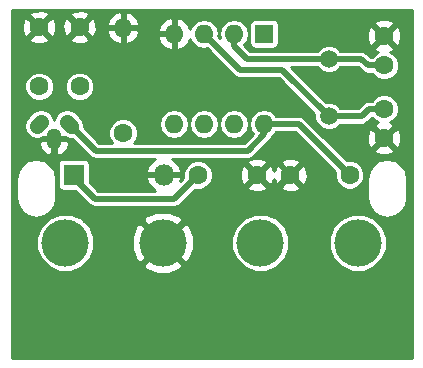
<source format=gbr>
G04 #@! TF.FileFunction,Copper,L2,Bot,Signal*
%FSLAX46Y46*%
G04 Gerber Fmt 4.6, Leading zero omitted, Abs format (unit mm)*
G04 Created by KiCad (PCBNEW 4.0.7) date 04/04/19 07:33:12*
%MOMM*%
%LPD*%
G01*
G04 APERTURE LIST*
%ADD10C,0.100000*%
%ADD11C,1.600000*%
%ADD12O,1.600000X1.600000*%
%ADD13R,1.800000X1.800000*%
%ADD14O,1.800000X1.800000*%
%ADD15C,4.000000*%
%ADD16R,1.600000X1.600000*%
%ADD17C,1.500000*%
%ADD18O,1.300000X1.800000*%
%ADD19C,1.300000*%
%ADD20C,0.500000*%
%ADD21C,0.254000*%
G04 APERTURE END LIST*
D10*
D11*
X73787000Y-90932000D03*
D12*
X73787000Y-82042000D03*
D11*
X70104000Y-86995000D03*
X70104000Y-81995000D03*
X66675000Y-86995000D03*
X66675000Y-81995000D03*
X92964000Y-94488000D03*
X87964000Y-94488000D03*
X95885000Y-88900000D03*
X95885000Y-91400000D03*
X95885000Y-85217000D03*
X95885000Y-82717000D03*
X80137000Y-94488000D03*
X85137000Y-94488000D03*
D13*
X69596000Y-94488000D03*
D14*
X77216000Y-94488000D03*
D15*
X68890000Y-100240000D03*
X77150000Y-100240000D03*
X85410000Y-100240000D03*
X93670000Y-100240000D03*
D16*
X85725000Y-82550000D03*
D12*
X78105000Y-90170000D03*
X83185000Y-82550000D03*
X80645000Y-90170000D03*
X80645000Y-82550000D03*
X83185000Y-90170000D03*
X78105000Y-82550000D03*
X85725000Y-90170000D03*
D17*
X91186000Y-89535000D03*
X91186000Y-84655000D03*
D18*
X67945000Y-91440000D03*
D19*
X69391777Y-90346777D02*
X69038223Y-89993223D01*
X66851777Y-89993223D02*
X66498223Y-90346777D01*
D20*
X85725000Y-90170000D02*
X88646000Y-90170000D01*
X88646000Y-90170000D02*
X92964000Y-94488000D01*
X85725000Y-90170000D02*
X85725000Y-91059000D01*
X71501000Y-92456000D02*
X69215000Y-90170000D01*
X84328000Y-92456000D02*
X71501000Y-92456000D01*
X85725000Y-91059000D02*
X84328000Y-92456000D01*
X66675000Y-81995000D02*
X64770000Y-83900000D01*
X64770000Y-88900000D02*
X64770000Y-88820000D01*
X64770000Y-88900000D02*
X64770000Y-91186000D01*
X66421000Y-92837000D02*
X66548000Y-92964000D01*
X66548000Y-92964000D02*
X67691000Y-92964000D01*
X64770000Y-91186000D02*
X65913000Y-92329000D01*
X66421000Y-92837000D02*
X65913000Y-92329000D01*
X64770000Y-83900000D02*
X64770000Y-88820000D01*
X70104000Y-81995000D02*
X68660000Y-83439000D01*
X68119000Y-83439000D02*
X66675000Y-81995000D01*
X68660000Y-83439000D02*
X68119000Y-83439000D01*
X67691000Y-92964000D02*
X70739000Y-92964000D01*
X72263000Y-94488000D02*
X77216000Y-94488000D01*
X70739000Y-92964000D02*
X72263000Y-94488000D01*
X67945000Y-91440000D02*
X67945000Y-92710000D01*
X67945000Y-92710000D02*
X67691000Y-92964000D01*
X85137000Y-94488000D02*
X86280000Y-95631000D01*
X86280000Y-95631000D02*
X86280000Y-95885000D01*
X87964000Y-94488000D02*
X86567000Y-95885000D01*
X86280000Y-96473000D02*
X86280000Y-95885000D01*
X85598000Y-97155000D02*
X86280000Y-96473000D01*
X80235000Y-97155000D02*
X85598000Y-97155000D01*
X80235000Y-97155000D02*
X77150000Y-100240000D01*
X86567000Y-95885000D02*
X86280000Y-95885000D01*
X80137000Y-94488000D02*
X78105000Y-96520000D01*
X71374000Y-96520000D02*
X69596000Y-94742000D01*
X78105000Y-96520000D02*
X71374000Y-96520000D01*
X95885000Y-85217000D02*
X94488000Y-85217000D01*
X93926000Y-84655000D02*
X91186000Y-84655000D01*
X94488000Y-85217000D02*
X93926000Y-84655000D01*
X91186000Y-84655000D02*
X84274000Y-84655000D01*
X84274000Y-84655000D02*
X83185000Y-83566000D01*
X83185000Y-83566000D02*
X83185000Y-82550000D01*
X95885000Y-88900000D02*
X94615000Y-88900000D01*
X93980000Y-89535000D02*
X91186000Y-89535000D01*
X94615000Y-88900000D02*
X93980000Y-89535000D01*
X80645000Y-82550000D02*
X83693000Y-85598000D01*
X87249000Y-85598000D02*
X91186000Y-89535000D01*
X83693000Y-85598000D02*
X87249000Y-85598000D01*
D21*
G36*
X98210500Y-109970500D02*
X64349500Y-109970500D01*
X64349500Y-100724108D01*
X66445076Y-100724108D01*
X66816445Y-101622889D01*
X67503494Y-102311138D01*
X68401626Y-102684075D01*
X69374108Y-102684924D01*
X70272889Y-102313555D01*
X70471768Y-102115022D01*
X75454584Y-102115022D01*
X75675353Y-102485743D01*
X76647012Y-102879119D01*
X77695247Y-102870713D01*
X78624647Y-102485743D01*
X78845416Y-102115022D01*
X77150000Y-100419605D01*
X75454584Y-102115022D01*
X70471768Y-102115022D01*
X70961138Y-101626506D01*
X71334075Y-100728374D01*
X71334924Y-99755892D01*
X71327123Y-99737012D01*
X74510881Y-99737012D01*
X74519287Y-100785247D01*
X74904257Y-101714647D01*
X75274978Y-101935416D01*
X76970395Y-100240000D01*
X77329605Y-100240000D01*
X79025022Y-101935416D01*
X79395743Y-101714647D01*
X79789119Y-100742988D01*
X79788968Y-100724108D01*
X82965076Y-100724108D01*
X83336445Y-101622889D01*
X84023494Y-102311138D01*
X84921626Y-102684075D01*
X85894108Y-102684924D01*
X86792889Y-102313555D01*
X87481138Y-101626506D01*
X87854075Y-100728374D01*
X87854078Y-100724108D01*
X91225076Y-100724108D01*
X91596445Y-101622889D01*
X92283494Y-102311138D01*
X93181626Y-102684075D01*
X94154108Y-102684924D01*
X95052889Y-102313555D01*
X95741138Y-101626506D01*
X96114075Y-100728374D01*
X96114924Y-99755892D01*
X95743555Y-98857111D01*
X95056506Y-98168862D01*
X94158374Y-97795925D01*
X93185892Y-97795076D01*
X92287111Y-98166445D01*
X91598862Y-98853494D01*
X91225925Y-99751626D01*
X91225076Y-100724108D01*
X87854078Y-100724108D01*
X87854924Y-99755892D01*
X87483555Y-98857111D01*
X86796506Y-98168862D01*
X85898374Y-97795925D01*
X84925892Y-97795076D01*
X84027111Y-98166445D01*
X83338862Y-98853494D01*
X82965925Y-99751626D01*
X82965076Y-100724108D01*
X79788968Y-100724108D01*
X79780713Y-99694753D01*
X79395743Y-98765353D01*
X79025022Y-98544584D01*
X77329605Y-100240000D01*
X76970395Y-100240000D01*
X75274978Y-98544584D01*
X74904257Y-98765353D01*
X74510881Y-99737012D01*
X71327123Y-99737012D01*
X70963555Y-98857111D01*
X70472281Y-98364978D01*
X75454584Y-98364978D01*
X77150000Y-100060395D01*
X78845416Y-98364978D01*
X78624647Y-97994257D01*
X77652988Y-97600881D01*
X76604753Y-97609287D01*
X75675353Y-97994257D01*
X75454584Y-98364978D01*
X70472281Y-98364978D01*
X70276506Y-98168862D01*
X69378374Y-97795925D01*
X68405892Y-97795076D01*
X67507111Y-98166445D01*
X66818862Y-98853494D01*
X66445925Y-99751626D01*
X66445076Y-100724108D01*
X64349500Y-100724108D01*
X64349500Y-94833109D01*
X64726500Y-94833109D01*
X64726500Y-96428891D01*
X64855486Y-97077348D01*
X65222808Y-97627083D01*
X65772543Y-97994405D01*
X66421000Y-98123391D01*
X67069457Y-97994405D01*
X67619192Y-97627083D01*
X67986514Y-97077348D01*
X68115500Y-96428891D01*
X68115500Y-94833109D01*
X67986514Y-94184652D01*
X67619192Y-93634917D01*
X67548976Y-93588000D01*
X68242792Y-93588000D01*
X68242792Y-95388000D01*
X68273787Y-95552722D01*
X68371137Y-95704009D01*
X68519677Y-95805502D01*
X68696000Y-95841208D01*
X69713036Y-95841208D01*
X70882912Y-97011083D01*
X70882914Y-97011086D01*
X70982083Y-97077348D01*
X71108227Y-97161635D01*
X71374000Y-97214501D01*
X71374005Y-97214500D01*
X78105000Y-97214500D01*
X78370774Y-97161634D01*
X78596086Y-97011086D01*
X79878844Y-95728328D01*
X79888368Y-95732283D01*
X80383460Y-95732715D01*
X80841032Y-95543651D01*
X80889021Y-95495745D01*
X84308861Y-95495745D01*
X84382995Y-95741864D01*
X84920223Y-95934965D01*
X85490454Y-95907778D01*
X85891005Y-95741864D01*
X85965139Y-95495745D01*
X87135861Y-95495745D01*
X87209995Y-95741864D01*
X87747223Y-95934965D01*
X88317454Y-95907778D01*
X88718005Y-95741864D01*
X88792139Y-95495745D01*
X87964000Y-94667605D01*
X87135861Y-95495745D01*
X85965139Y-95495745D01*
X85137000Y-94667605D01*
X84308861Y-95495745D01*
X80889021Y-95495745D01*
X81191420Y-95193873D01*
X81381283Y-94736632D01*
X81381689Y-94271223D01*
X83690035Y-94271223D01*
X83717222Y-94841454D01*
X83883136Y-95242005D01*
X84129255Y-95316139D01*
X84957395Y-94488000D01*
X85316605Y-94488000D01*
X86144745Y-95316139D01*
X86390864Y-95242005D01*
X86543123Y-94818404D01*
X86544222Y-94841454D01*
X86710136Y-95242005D01*
X86956255Y-95316139D01*
X87784395Y-94488000D01*
X88143605Y-94488000D01*
X88971745Y-95316139D01*
X89217864Y-95242005D01*
X89410965Y-94704777D01*
X89383778Y-94134546D01*
X89217864Y-93733995D01*
X88971745Y-93659861D01*
X88143605Y-94488000D01*
X87784395Y-94488000D01*
X86956255Y-93659861D01*
X86710136Y-93733995D01*
X86557877Y-94157596D01*
X86556778Y-94134546D01*
X86390864Y-93733995D01*
X86144745Y-93659861D01*
X85316605Y-94488000D01*
X84957395Y-94488000D01*
X84129255Y-93659861D01*
X83883136Y-93733995D01*
X83690035Y-94271223D01*
X81381689Y-94271223D01*
X81381715Y-94241540D01*
X81192651Y-93783968D01*
X80889467Y-93480255D01*
X84308861Y-93480255D01*
X85137000Y-94308395D01*
X85965139Y-93480255D01*
X87135861Y-93480255D01*
X87964000Y-94308395D01*
X88792139Y-93480255D01*
X88718005Y-93234136D01*
X88180777Y-93041035D01*
X87610546Y-93068222D01*
X87209995Y-93234136D01*
X87135861Y-93480255D01*
X85965139Y-93480255D01*
X85891005Y-93234136D01*
X85353777Y-93041035D01*
X84783546Y-93068222D01*
X84382995Y-93234136D01*
X84308861Y-93480255D01*
X80889467Y-93480255D01*
X80842873Y-93433580D01*
X80385632Y-93243717D01*
X79890540Y-93243285D01*
X79432968Y-93432349D01*
X79082580Y-93782127D01*
X78892717Y-94239368D01*
X78892285Y-94734460D01*
X78896987Y-94745841D01*
X78648315Y-94994513D01*
X78707036Y-94852740D01*
X78586378Y-94615000D01*
X77343000Y-94615000D01*
X77343000Y-94635000D01*
X77089000Y-94635000D01*
X77089000Y-94615000D01*
X75845622Y-94615000D01*
X75724964Y-94852740D01*
X75903760Y-95284417D01*
X76308424Y-95725966D01*
X76521916Y-95825500D01*
X71661671Y-95825500D01*
X70949208Y-95113036D01*
X70949208Y-93588000D01*
X70918213Y-93423278D01*
X70820863Y-93271991D01*
X70672323Y-93170498D01*
X70496000Y-93134792D01*
X68696000Y-93134792D01*
X68531278Y-93165787D01*
X68379991Y-93263137D01*
X68278498Y-93411677D01*
X68242792Y-93588000D01*
X67548976Y-93588000D01*
X67069457Y-93267595D01*
X66421000Y-93138609D01*
X65772543Y-93267595D01*
X65222808Y-93634917D01*
X64855486Y-94184652D01*
X64726500Y-94833109D01*
X64349500Y-94833109D01*
X64349500Y-91770480D01*
X66650601Y-91770480D01*
X66779930Y-92259699D01*
X67086630Y-92662186D01*
X67524009Y-92916667D01*
X67619529Y-92933099D01*
X67818000Y-92809067D01*
X67818000Y-91567000D01*
X68072000Y-91567000D01*
X68072000Y-92809067D01*
X68270471Y-92933099D01*
X68365991Y-92916667D01*
X68803370Y-92662186D01*
X69110070Y-92259699D01*
X69239399Y-91770480D01*
X69077303Y-91567000D01*
X68072000Y-91567000D01*
X67818000Y-91567000D01*
X66812697Y-91567000D01*
X66650601Y-91770480D01*
X64349500Y-91770480D01*
X64349500Y-90365402D01*
X65385099Y-90365402D01*
X65468412Y-90784249D01*
X65705670Y-91139330D01*
X66060751Y-91376588D01*
X66479598Y-91459901D01*
X66898445Y-91376588D01*
X66993611Y-91313000D01*
X67818000Y-91313000D01*
X67818000Y-91293000D01*
X68072000Y-91293000D01*
X68072000Y-91313000D01*
X68896389Y-91313000D01*
X68991555Y-91376588D01*
X69410402Y-91459901D01*
X69504093Y-91441265D01*
X71009914Y-92947086D01*
X71235226Y-93097634D01*
X71501000Y-93150500D01*
X76521916Y-93150500D01*
X76308424Y-93250034D01*
X75903760Y-93691583D01*
X75724964Y-94123260D01*
X75845622Y-94361000D01*
X77089000Y-94361000D01*
X77089000Y-94341000D01*
X77343000Y-94341000D01*
X77343000Y-94361000D01*
X78586378Y-94361000D01*
X78707036Y-94123260D01*
X78528240Y-93691583D01*
X78123576Y-93250034D01*
X77910084Y-93150500D01*
X84328000Y-93150500D01*
X84593774Y-93097634D01*
X84819086Y-92947086D01*
X86216083Y-91550088D01*
X86216086Y-91550086D01*
X86366634Y-91324774D01*
X86387540Y-91219674D01*
X86604994Y-91074375D01*
X86745228Y-90864500D01*
X88358328Y-90864500D01*
X91723672Y-94229844D01*
X91719717Y-94239368D01*
X91719285Y-94734460D01*
X91908349Y-95192032D01*
X92258127Y-95542420D01*
X92715368Y-95732283D01*
X93210460Y-95732715D01*
X93668032Y-95543651D01*
X94018420Y-95193873D01*
X94168222Y-94833109D01*
X94444500Y-94833109D01*
X94444500Y-96428891D01*
X94573486Y-97077348D01*
X94940808Y-97627083D01*
X95490543Y-97994405D01*
X96139000Y-98123391D01*
X96787457Y-97994405D01*
X97337192Y-97627083D01*
X97704514Y-97077348D01*
X97833500Y-96428891D01*
X97833500Y-94833109D01*
X97704514Y-94184652D01*
X97337192Y-93634917D01*
X96787457Y-93267595D01*
X96139000Y-93138609D01*
X95490543Y-93267595D01*
X94940808Y-93634917D01*
X94573486Y-94184652D01*
X94444500Y-94833109D01*
X94168222Y-94833109D01*
X94208283Y-94736632D01*
X94208715Y-94241540D01*
X94019651Y-93783968D01*
X93669873Y-93433580D01*
X93212632Y-93243717D01*
X92717540Y-93243285D01*
X92706159Y-93247987D01*
X91865917Y-92407745D01*
X95056861Y-92407745D01*
X95130995Y-92653864D01*
X95668223Y-92846965D01*
X96238454Y-92819778D01*
X96639005Y-92653864D01*
X96713139Y-92407745D01*
X95885000Y-91579605D01*
X95056861Y-92407745D01*
X91865917Y-92407745D01*
X90641395Y-91183223D01*
X94438035Y-91183223D01*
X94465222Y-91753454D01*
X94631136Y-92154005D01*
X94877255Y-92228139D01*
X95705395Y-91400000D01*
X96064605Y-91400000D01*
X96892745Y-92228139D01*
X97138864Y-92154005D01*
X97331965Y-91616777D01*
X97304778Y-91046546D01*
X97138864Y-90645995D01*
X96892745Y-90571861D01*
X96064605Y-91400000D01*
X95705395Y-91400000D01*
X94877255Y-90571861D01*
X94631136Y-90645995D01*
X94438035Y-91183223D01*
X90641395Y-91183223D01*
X89137086Y-89678914D01*
X89122801Y-89669369D01*
X88911774Y-89528366D01*
X88646000Y-89475500D01*
X86745228Y-89475500D01*
X86604994Y-89265625D01*
X86201250Y-88995851D01*
X85725000Y-88901119D01*
X85248750Y-88995851D01*
X84845006Y-89265625D01*
X84575232Y-89669369D01*
X84480500Y-90145619D01*
X84480500Y-90194381D01*
X84575232Y-90670631D01*
X84797921Y-91003908D01*
X84040328Y-91761500D01*
X74717577Y-91761500D01*
X74841420Y-91637873D01*
X75031283Y-91180632D01*
X75031715Y-90685540D01*
X74842651Y-90227968D01*
X74760446Y-90145619D01*
X76860500Y-90145619D01*
X76860500Y-90194381D01*
X76955232Y-90670631D01*
X77225006Y-91074375D01*
X77628750Y-91344149D01*
X78105000Y-91438881D01*
X78581250Y-91344149D01*
X78984994Y-91074375D01*
X79254768Y-90670631D01*
X79349500Y-90194381D01*
X79349500Y-90145619D01*
X79400500Y-90145619D01*
X79400500Y-90194381D01*
X79495232Y-90670631D01*
X79765006Y-91074375D01*
X80168750Y-91344149D01*
X80645000Y-91438881D01*
X81121250Y-91344149D01*
X81524994Y-91074375D01*
X81794768Y-90670631D01*
X81889500Y-90194381D01*
X81889500Y-90145619D01*
X81940500Y-90145619D01*
X81940500Y-90194381D01*
X82035232Y-90670631D01*
X82305006Y-91074375D01*
X82708750Y-91344149D01*
X83185000Y-91438881D01*
X83661250Y-91344149D01*
X84064994Y-91074375D01*
X84334768Y-90670631D01*
X84429500Y-90194381D01*
X84429500Y-90145619D01*
X84334768Y-89669369D01*
X84064994Y-89265625D01*
X83661250Y-88995851D01*
X83185000Y-88901119D01*
X82708750Y-88995851D01*
X82305006Y-89265625D01*
X82035232Y-89669369D01*
X81940500Y-90145619D01*
X81889500Y-90145619D01*
X81794768Y-89669369D01*
X81524994Y-89265625D01*
X81121250Y-88995851D01*
X80645000Y-88901119D01*
X80168750Y-88995851D01*
X79765006Y-89265625D01*
X79495232Y-89669369D01*
X79400500Y-90145619D01*
X79349500Y-90145619D01*
X79254768Y-89669369D01*
X78984994Y-89265625D01*
X78581250Y-88995851D01*
X78105000Y-88901119D01*
X77628750Y-88995851D01*
X77225006Y-89265625D01*
X76955232Y-89669369D01*
X76860500Y-90145619D01*
X74760446Y-90145619D01*
X74492873Y-89877580D01*
X74035632Y-89687717D01*
X73540540Y-89687285D01*
X73082968Y-89876349D01*
X72732580Y-90226127D01*
X72542717Y-90683368D01*
X72542285Y-91178460D01*
X72731349Y-91636032D01*
X72856599Y-91761500D01*
X71788672Y-91761500D01*
X70486265Y-90459093D01*
X70504901Y-90365402D01*
X70421588Y-89946555D01*
X70184330Y-89591473D01*
X69793526Y-89200670D01*
X69438445Y-88963412D01*
X69019598Y-88880099D01*
X68600751Y-88963412D01*
X68245670Y-89200670D01*
X68008412Y-89555751D01*
X67945000Y-89874548D01*
X67881588Y-89555751D01*
X67644330Y-89200670D01*
X67289249Y-88963412D01*
X66870402Y-88880099D01*
X66451555Y-88963412D01*
X66096473Y-89200670D01*
X65705670Y-89591474D01*
X65468412Y-89946555D01*
X65385099Y-90365402D01*
X64349500Y-90365402D01*
X64349500Y-87241460D01*
X65430285Y-87241460D01*
X65619349Y-87699032D01*
X65969127Y-88049420D01*
X66426368Y-88239283D01*
X66921460Y-88239715D01*
X67379032Y-88050651D01*
X67729420Y-87700873D01*
X67919283Y-87243632D01*
X67919284Y-87241460D01*
X68859285Y-87241460D01*
X69048349Y-87699032D01*
X69398127Y-88049420D01*
X69855368Y-88239283D01*
X70350460Y-88239715D01*
X70808032Y-88050651D01*
X71158420Y-87700873D01*
X71348283Y-87243632D01*
X71348715Y-86748540D01*
X71159651Y-86290968D01*
X70809873Y-85940580D01*
X70352632Y-85750717D01*
X69857540Y-85750285D01*
X69399968Y-85939349D01*
X69049580Y-86289127D01*
X68859717Y-86746368D01*
X68859285Y-87241460D01*
X67919284Y-87241460D01*
X67919715Y-86748540D01*
X67730651Y-86290968D01*
X67380873Y-85940580D01*
X66923632Y-85750717D01*
X66428540Y-85750285D01*
X65970968Y-85939349D01*
X65620580Y-86289127D01*
X65430717Y-86746368D01*
X65430285Y-87241460D01*
X64349500Y-87241460D01*
X64349500Y-83002745D01*
X65846861Y-83002745D01*
X65920995Y-83248864D01*
X66458223Y-83441965D01*
X67028454Y-83414778D01*
X67429005Y-83248864D01*
X67503139Y-83002745D01*
X69275861Y-83002745D01*
X69349995Y-83248864D01*
X69887223Y-83441965D01*
X70457454Y-83414778D01*
X70858005Y-83248864D01*
X70932139Y-83002745D01*
X70104000Y-82174605D01*
X69275861Y-83002745D01*
X67503139Y-83002745D01*
X66675000Y-82174605D01*
X65846861Y-83002745D01*
X64349500Y-83002745D01*
X64349500Y-81778223D01*
X65228035Y-81778223D01*
X65255222Y-82348454D01*
X65421136Y-82749005D01*
X65667255Y-82823139D01*
X66495395Y-81995000D01*
X66854605Y-81995000D01*
X67682745Y-82823139D01*
X67928864Y-82749005D01*
X68121965Y-82211777D01*
X68101295Y-81778223D01*
X68657035Y-81778223D01*
X68684222Y-82348454D01*
X68850136Y-82749005D01*
X69096255Y-82823139D01*
X69924395Y-81995000D01*
X70283605Y-81995000D01*
X71111745Y-82823139D01*
X71357864Y-82749005D01*
X71486530Y-82391041D01*
X72395086Y-82391041D01*
X72634611Y-82897134D01*
X73049577Y-83273041D01*
X73437961Y-83433904D01*
X73660000Y-83311915D01*
X73660000Y-82169000D01*
X73914000Y-82169000D01*
X73914000Y-83311915D01*
X74136039Y-83433904D01*
X74524423Y-83273041D01*
X74937283Y-82899041D01*
X76713086Y-82899041D01*
X76952611Y-83405134D01*
X77367577Y-83781041D01*
X77755961Y-83941904D01*
X77978000Y-83819915D01*
X77978000Y-82677000D01*
X76834371Y-82677000D01*
X76713086Y-82899041D01*
X74937283Y-82899041D01*
X74939389Y-82897134D01*
X75178914Y-82391041D01*
X75075086Y-82200959D01*
X76713086Y-82200959D01*
X76834371Y-82423000D01*
X77978000Y-82423000D01*
X77978000Y-81280085D01*
X78232000Y-81280085D01*
X78232000Y-82423000D01*
X78252000Y-82423000D01*
X78252000Y-82677000D01*
X78232000Y-82677000D01*
X78232000Y-83819915D01*
X78454039Y-83941904D01*
X78842423Y-83781041D01*
X79257389Y-83405134D01*
X79474499Y-82946401D01*
X79495232Y-83050631D01*
X79765006Y-83454375D01*
X80168750Y-83724149D01*
X80645000Y-83818881D01*
X80884141Y-83771313D01*
X83201914Y-86089086D01*
X83427226Y-86239634D01*
X83471322Y-86248405D01*
X83693000Y-86292501D01*
X83693005Y-86292500D01*
X86961328Y-86292500D01*
X89991684Y-89322856D01*
X89991293Y-89771558D01*
X90172761Y-90210746D01*
X90508486Y-90547058D01*
X90947357Y-90729293D01*
X91422558Y-90729707D01*
X91861746Y-90548239D01*
X92181042Y-90229500D01*
X93980000Y-90229500D01*
X94245774Y-90176634D01*
X94471086Y-90026086D01*
X94861216Y-89635955D01*
X95179127Y-89954420D01*
X95386227Y-90040415D01*
X95130995Y-90146136D01*
X95056861Y-90392255D01*
X95885000Y-91220395D01*
X96713139Y-90392255D01*
X96639005Y-90146136D01*
X96365739Y-90047913D01*
X96589032Y-89955651D01*
X96939420Y-89605873D01*
X97129283Y-89148632D01*
X97129715Y-88653540D01*
X96940651Y-88195968D01*
X96590873Y-87845580D01*
X96133632Y-87655717D01*
X95638540Y-87655285D01*
X95180968Y-87844349D01*
X94830580Y-88194127D01*
X94825858Y-88205500D01*
X94615005Y-88205500D01*
X94615000Y-88205499D01*
X94349227Y-88258365D01*
X94349225Y-88258366D01*
X94349226Y-88258366D01*
X94123914Y-88408914D01*
X94123912Y-88408917D01*
X93692328Y-88840500D01*
X92180518Y-88840500D01*
X91863514Y-88522942D01*
X91424643Y-88340707D01*
X90973486Y-88340314D01*
X87982672Y-85349500D01*
X90191482Y-85349500D01*
X90508486Y-85667058D01*
X90947357Y-85849293D01*
X91422558Y-85849707D01*
X91861746Y-85668239D01*
X92181042Y-85349500D01*
X93638328Y-85349500D01*
X93996914Y-85708086D01*
X94222226Y-85858634D01*
X94488000Y-85911500D01*
X94825410Y-85911500D01*
X94829349Y-85921032D01*
X95179127Y-86271420D01*
X95636368Y-86461283D01*
X96131460Y-86461715D01*
X96589032Y-86272651D01*
X96939420Y-85922873D01*
X97129283Y-85465632D01*
X97129715Y-84970540D01*
X96940651Y-84512968D01*
X96590873Y-84162580D01*
X96383773Y-84076585D01*
X96639005Y-83970864D01*
X96713139Y-83724745D01*
X95885000Y-82896605D01*
X95056861Y-83724745D01*
X95130995Y-83970864D01*
X95404261Y-84069087D01*
X95180968Y-84161349D01*
X94830580Y-84511127D01*
X94825858Y-84522500D01*
X94775672Y-84522500D01*
X94417086Y-84163914D01*
X94376474Y-84136778D01*
X94191774Y-84013366D01*
X93926000Y-83960500D01*
X92180518Y-83960500D01*
X91863514Y-83642942D01*
X91424643Y-83460707D01*
X90949442Y-83460293D01*
X90510254Y-83641761D01*
X90190958Y-83960500D01*
X84561671Y-83960500D01*
X84059331Y-83458159D01*
X84064994Y-83454375D01*
X84334768Y-83050631D01*
X84429500Y-82574381D01*
X84429500Y-82525619D01*
X84334768Y-82049369D01*
X84134736Y-81750000D01*
X84471792Y-81750000D01*
X84471792Y-83350000D01*
X84502787Y-83514722D01*
X84600137Y-83666009D01*
X84748677Y-83767502D01*
X84925000Y-83803208D01*
X86525000Y-83803208D01*
X86689722Y-83772213D01*
X86841009Y-83674863D01*
X86942502Y-83526323D01*
X86978208Y-83350000D01*
X86978208Y-82500223D01*
X94438035Y-82500223D01*
X94465222Y-83070454D01*
X94631136Y-83471005D01*
X94877255Y-83545139D01*
X95705395Y-82717000D01*
X96064605Y-82717000D01*
X96892745Y-83545139D01*
X97138864Y-83471005D01*
X97331965Y-82933777D01*
X97304778Y-82363546D01*
X97138864Y-81962995D01*
X96892745Y-81888861D01*
X96064605Y-82717000D01*
X95705395Y-82717000D01*
X94877255Y-81888861D01*
X94631136Y-81962995D01*
X94438035Y-82500223D01*
X86978208Y-82500223D01*
X86978208Y-81750000D01*
X86970542Y-81709255D01*
X95056861Y-81709255D01*
X95885000Y-82537395D01*
X96713139Y-81709255D01*
X96639005Y-81463136D01*
X96101777Y-81270035D01*
X95531546Y-81297222D01*
X95130995Y-81463136D01*
X95056861Y-81709255D01*
X86970542Y-81709255D01*
X86947213Y-81585278D01*
X86849863Y-81433991D01*
X86701323Y-81332498D01*
X86525000Y-81296792D01*
X84925000Y-81296792D01*
X84760278Y-81327787D01*
X84608991Y-81425137D01*
X84507498Y-81573677D01*
X84471792Y-81750000D01*
X84134736Y-81750000D01*
X84064994Y-81645625D01*
X83661250Y-81375851D01*
X83185000Y-81281119D01*
X82708750Y-81375851D01*
X82305006Y-81645625D01*
X82035232Y-82049369D01*
X81940500Y-82525619D01*
X81940500Y-82574381D01*
X82012246Y-82935074D01*
X81850022Y-82772850D01*
X81889500Y-82574381D01*
X81889500Y-82525619D01*
X81794768Y-82049369D01*
X81524994Y-81645625D01*
X81121250Y-81375851D01*
X80645000Y-81281119D01*
X80168750Y-81375851D01*
X79765006Y-81645625D01*
X79495232Y-82049369D01*
X79474499Y-82153599D01*
X79257389Y-81694866D01*
X78842423Y-81318959D01*
X78454039Y-81158096D01*
X78232000Y-81280085D01*
X77978000Y-81280085D01*
X77755961Y-81158096D01*
X77367577Y-81318959D01*
X76952611Y-81694866D01*
X76713086Y-82200959D01*
X75075086Y-82200959D01*
X75057629Y-82169000D01*
X73914000Y-82169000D01*
X73660000Y-82169000D01*
X72516371Y-82169000D01*
X72395086Y-82391041D01*
X71486530Y-82391041D01*
X71550965Y-82211777D01*
X71526230Y-81692959D01*
X72395086Y-81692959D01*
X72516371Y-81915000D01*
X73660000Y-81915000D01*
X73660000Y-80772085D01*
X73914000Y-80772085D01*
X73914000Y-81915000D01*
X75057629Y-81915000D01*
X75178914Y-81692959D01*
X74939389Y-81186866D01*
X74524423Y-80810959D01*
X74136039Y-80650096D01*
X73914000Y-80772085D01*
X73660000Y-80772085D01*
X73437961Y-80650096D01*
X73049577Y-80810959D01*
X72634611Y-81186866D01*
X72395086Y-81692959D01*
X71526230Y-81692959D01*
X71523778Y-81641546D01*
X71357864Y-81240995D01*
X71111745Y-81166861D01*
X70283605Y-81995000D01*
X69924395Y-81995000D01*
X69096255Y-81166861D01*
X68850136Y-81240995D01*
X68657035Y-81778223D01*
X68101295Y-81778223D01*
X68094778Y-81641546D01*
X67928864Y-81240995D01*
X67682745Y-81166861D01*
X66854605Y-81995000D01*
X66495395Y-81995000D01*
X65667255Y-81166861D01*
X65421136Y-81240995D01*
X65228035Y-81778223D01*
X64349500Y-81778223D01*
X64349500Y-80987255D01*
X65846861Y-80987255D01*
X66675000Y-81815395D01*
X67503139Y-80987255D01*
X69275861Y-80987255D01*
X70104000Y-81815395D01*
X70932139Y-80987255D01*
X70858005Y-80741136D01*
X70320777Y-80548035D01*
X69750546Y-80575222D01*
X69349995Y-80741136D01*
X69275861Y-80987255D01*
X67503139Y-80987255D01*
X67429005Y-80741136D01*
X66891777Y-80548035D01*
X66321546Y-80575222D01*
X65920995Y-80741136D01*
X65846861Y-80987255D01*
X64349500Y-80987255D01*
X64349500Y-80519500D01*
X98210500Y-80519500D01*
X98210500Y-109970500D01*
X98210500Y-109970500D01*
G37*
X98210500Y-109970500D02*
X64349500Y-109970500D01*
X64349500Y-100724108D01*
X66445076Y-100724108D01*
X66816445Y-101622889D01*
X67503494Y-102311138D01*
X68401626Y-102684075D01*
X69374108Y-102684924D01*
X70272889Y-102313555D01*
X70471768Y-102115022D01*
X75454584Y-102115022D01*
X75675353Y-102485743D01*
X76647012Y-102879119D01*
X77695247Y-102870713D01*
X78624647Y-102485743D01*
X78845416Y-102115022D01*
X77150000Y-100419605D01*
X75454584Y-102115022D01*
X70471768Y-102115022D01*
X70961138Y-101626506D01*
X71334075Y-100728374D01*
X71334924Y-99755892D01*
X71327123Y-99737012D01*
X74510881Y-99737012D01*
X74519287Y-100785247D01*
X74904257Y-101714647D01*
X75274978Y-101935416D01*
X76970395Y-100240000D01*
X77329605Y-100240000D01*
X79025022Y-101935416D01*
X79395743Y-101714647D01*
X79789119Y-100742988D01*
X79788968Y-100724108D01*
X82965076Y-100724108D01*
X83336445Y-101622889D01*
X84023494Y-102311138D01*
X84921626Y-102684075D01*
X85894108Y-102684924D01*
X86792889Y-102313555D01*
X87481138Y-101626506D01*
X87854075Y-100728374D01*
X87854078Y-100724108D01*
X91225076Y-100724108D01*
X91596445Y-101622889D01*
X92283494Y-102311138D01*
X93181626Y-102684075D01*
X94154108Y-102684924D01*
X95052889Y-102313555D01*
X95741138Y-101626506D01*
X96114075Y-100728374D01*
X96114924Y-99755892D01*
X95743555Y-98857111D01*
X95056506Y-98168862D01*
X94158374Y-97795925D01*
X93185892Y-97795076D01*
X92287111Y-98166445D01*
X91598862Y-98853494D01*
X91225925Y-99751626D01*
X91225076Y-100724108D01*
X87854078Y-100724108D01*
X87854924Y-99755892D01*
X87483555Y-98857111D01*
X86796506Y-98168862D01*
X85898374Y-97795925D01*
X84925892Y-97795076D01*
X84027111Y-98166445D01*
X83338862Y-98853494D01*
X82965925Y-99751626D01*
X82965076Y-100724108D01*
X79788968Y-100724108D01*
X79780713Y-99694753D01*
X79395743Y-98765353D01*
X79025022Y-98544584D01*
X77329605Y-100240000D01*
X76970395Y-100240000D01*
X75274978Y-98544584D01*
X74904257Y-98765353D01*
X74510881Y-99737012D01*
X71327123Y-99737012D01*
X70963555Y-98857111D01*
X70472281Y-98364978D01*
X75454584Y-98364978D01*
X77150000Y-100060395D01*
X78845416Y-98364978D01*
X78624647Y-97994257D01*
X77652988Y-97600881D01*
X76604753Y-97609287D01*
X75675353Y-97994257D01*
X75454584Y-98364978D01*
X70472281Y-98364978D01*
X70276506Y-98168862D01*
X69378374Y-97795925D01*
X68405892Y-97795076D01*
X67507111Y-98166445D01*
X66818862Y-98853494D01*
X66445925Y-99751626D01*
X66445076Y-100724108D01*
X64349500Y-100724108D01*
X64349500Y-94833109D01*
X64726500Y-94833109D01*
X64726500Y-96428891D01*
X64855486Y-97077348D01*
X65222808Y-97627083D01*
X65772543Y-97994405D01*
X66421000Y-98123391D01*
X67069457Y-97994405D01*
X67619192Y-97627083D01*
X67986514Y-97077348D01*
X68115500Y-96428891D01*
X68115500Y-94833109D01*
X67986514Y-94184652D01*
X67619192Y-93634917D01*
X67548976Y-93588000D01*
X68242792Y-93588000D01*
X68242792Y-95388000D01*
X68273787Y-95552722D01*
X68371137Y-95704009D01*
X68519677Y-95805502D01*
X68696000Y-95841208D01*
X69713036Y-95841208D01*
X70882912Y-97011083D01*
X70882914Y-97011086D01*
X70982083Y-97077348D01*
X71108227Y-97161635D01*
X71374000Y-97214501D01*
X71374005Y-97214500D01*
X78105000Y-97214500D01*
X78370774Y-97161634D01*
X78596086Y-97011086D01*
X79878844Y-95728328D01*
X79888368Y-95732283D01*
X80383460Y-95732715D01*
X80841032Y-95543651D01*
X80889021Y-95495745D01*
X84308861Y-95495745D01*
X84382995Y-95741864D01*
X84920223Y-95934965D01*
X85490454Y-95907778D01*
X85891005Y-95741864D01*
X85965139Y-95495745D01*
X87135861Y-95495745D01*
X87209995Y-95741864D01*
X87747223Y-95934965D01*
X88317454Y-95907778D01*
X88718005Y-95741864D01*
X88792139Y-95495745D01*
X87964000Y-94667605D01*
X87135861Y-95495745D01*
X85965139Y-95495745D01*
X85137000Y-94667605D01*
X84308861Y-95495745D01*
X80889021Y-95495745D01*
X81191420Y-95193873D01*
X81381283Y-94736632D01*
X81381689Y-94271223D01*
X83690035Y-94271223D01*
X83717222Y-94841454D01*
X83883136Y-95242005D01*
X84129255Y-95316139D01*
X84957395Y-94488000D01*
X85316605Y-94488000D01*
X86144745Y-95316139D01*
X86390864Y-95242005D01*
X86543123Y-94818404D01*
X86544222Y-94841454D01*
X86710136Y-95242005D01*
X86956255Y-95316139D01*
X87784395Y-94488000D01*
X88143605Y-94488000D01*
X88971745Y-95316139D01*
X89217864Y-95242005D01*
X89410965Y-94704777D01*
X89383778Y-94134546D01*
X89217864Y-93733995D01*
X88971745Y-93659861D01*
X88143605Y-94488000D01*
X87784395Y-94488000D01*
X86956255Y-93659861D01*
X86710136Y-93733995D01*
X86557877Y-94157596D01*
X86556778Y-94134546D01*
X86390864Y-93733995D01*
X86144745Y-93659861D01*
X85316605Y-94488000D01*
X84957395Y-94488000D01*
X84129255Y-93659861D01*
X83883136Y-93733995D01*
X83690035Y-94271223D01*
X81381689Y-94271223D01*
X81381715Y-94241540D01*
X81192651Y-93783968D01*
X80889467Y-93480255D01*
X84308861Y-93480255D01*
X85137000Y-94308395D01*
X85965139Y-93480255D01*
X87135861Y-93480255D01*
X87964000Y-94308395D01*
X88792139Y-93480255D01*
X88718005Y-93234136D01*
X88180777Y-93041035D01*
X87610546Y-93068222D01*
X87209995Y-93234136D01*
X87135861Y-93480255D01*
X85965139Y-93480255D01*
X85891005Y-93234136D01*
X85353777Y-93041035D01*
X84783546Y-93068222D01*
X84382995Y-93234136D01*
X84308861Y-93480255D01*
X80889467Y-93480255D01*
X80842873Y-93433580D01*
X80385632Y-93243717D01*
X79890540Y-93243285D01*
X79432968Y-93432349D01*
X79082580Y-93782127D01*
X78892717Y-94239368D01*
X78892285Y-94734460D01*
X78896987Y-94745841D01*
X78648315Y-94994513D01*
X78707036Y-94852740D01*
X78586378Y-94615000D01*
X77343000Y-94615000D01*
X77343000Y-94635000D01*
X77089000Y-94635000D01*
X77089000Y-94615000D01*
X75845622Y-94615000D01*
X75724964Y-94852740D01*
X75903760Y-95284417D01*
X76308424Y-95725966D01*
X76521916Y-95825500D01*
X71661671Y-95825500D01*
X70949208Y-95113036D01*
X70949208Y-93588000D01*
X70918213Y-93423278D01*
X70820863Y-93271991D01*
X70672323Y-93170498D01*
X70496000Y-93134792D01*
X68696000Y-93134792D01*
X68531278Y-93165787D01*
X68379991Y-93263137D01*
X68278498Y-93411677D01*
X68242792Y-93588000D01*
X67548976Y-93588000D01*
X67069457Y-93267595D01*
X66421000Y-93138609D01*
X65772543Y-93267595D01*
X65222808Y-93634917D01*
X64855486Y-94184652D01*
X64726500Y-94833109D01*
X64349500Y-94833109D01*
X64349500Y-91770480D01*
X66650601Y-91770480D01*
X66779930Y-92259699D01*
X67086630Y-92662186D01*
X67524009Y-92916667D01*
X67619529Y-92933099D01*
X67818000Y-92809067D01*
X67818000Y-91567000D01*
X68072000Y-91567000D01*
X68072000Y-92809067D01*
X68270471Y-92933099D01*
X68365991Y-92916667D01*
X68803370Y-92662186D01*
X69110070Y-92259699D01*
X69239399Y-91770480D01*
X69077303Y-91567000D01*
X68072000Y-91567000D01*
X67818000Y-91567000D01*
X66812697Y-91567000D01*
X66650601Y-91770480D01*
X64349500Y-91770480D01*
X64349500Y-90365402D01*
X65385099Y-90365402D01*
X65468412Y-90784249D01*
X65705670Y-91139330D01*
X66060751Y-91376588D01*
X66479598Y-91459901D01*
X66898445Y-91376588D01*
X66993611Y-91313000D01*
X67818000Y-91313000D01*
X67818000Y-91293000D01*
X68072000Y-91293000D01*
X68072000Y-91313000D01*
X68896389Y-91313000D01*
X68991555Y-91376588D01*
X69410402Y-91459901D01*
X69504093Y-91441265D01*
X71009914Y-92947086D01*
X71235226Y-93097634D01*
X71501000Y-93150500D01*
X76521916Y-93150500D01*
X76308424Y-93250034D01*
X75903760Y-93691583D01*
X75724964Y-94123260D01*
X75845622Y-94361000D01*
X77089000Y-94361000D01*
X77089000Y-94341000D01*
X77343000Y-94341000D01*
X77343000Y-94361000D01*
X78586378Y-94361000D01*
X78707036Y-94123260D01*
X78528240Y-93691583D01*
X78123576Y-93250034D01*
X77910084Y-93150500D01*
X84328000Y-93150500D01*
X84593774Y-93097634D01*
X84819086Y-92947086D01*
X86216083Y-91550088D01*
X86216086Y-91550086D01*
X86366634Y-91324774D01*
X86387540Y-91219674D01*
X86604994Y-91074375D01*
X86745228Y-90864500D01*
X88358328Y-90864500D01*
X91723672Y-94229844D01*
X91719717Y-94239368D01*
X91719285Y-94734460D01*
X91908349Y-95192032D01*
X92258127Y-95542420D01*
X92715368Y-95732283D01*
X93210460Y-95732715D01*
X93668032Y-95543651D01*
X94018420Y-95193873D01*
X94168222Y-94833109D01*
X94444500Y-94833109D01*
X94444500Y-96428891D01*
X94573486Y-97077348D01*
X94940808Y-97627083D01*
X95490543Y-97994405D01*
X96139000Y-98123391D01*
X96787457Y-97994405D01*
X97337192Y-97627083D01*
X97704514Y-97077348D01*
X97833500Y-96428891D01*
X97833500Y-94833109D01*
X97704514Y-94184652D01*
X97337192Y-93634917D01*
X96787457Y-93267595D01*
X96139000Y-93138609D01*
X95490543Y-93267595D01*
X94940808Y-93634917D01*
X94573486Y-94184652D01*
X94444500Y-94833109D01*
X94168222Y-94833109D01*
X94208283Y-94736632D01*
X94208715Y-94241540D01*
X94019651Y-93783968D01*
X93669873Y-93433580D01*
X93212632Y-93243717D01*
X92717540Y-93243285D01*
X92706159Y-93247987D01*
X91865917Y-92407745D01*
X95056861Y-92407745D01*
X95130995Y-92653864D01*
X95668223Y-92846965D01*
X96238454Y-92819778D01*
X96639005Y-92653864D01*
X96713139Y-92407745D01*
X95885000Y-91579605D01*
X95056861Y-92407745D01*
X91865917Y-92407745D01*
X90641395Y-91183223D01*
X94438035Y-91183223D01*
X94465222Y-91753454D01*
X94631136Y-92154005D01*
X94877255Y-92228139D01*
X95705395Y-91400000D01*
X96064605Y-91400000D01*
X96892745Y-92228139D01*
X97138864Y-92154005D01*
X97331965Y-91616777D01*
X97304778Y-91046546D01*
X97138864Y-90645995D01*
X96892745Y-90571861D01*
X96064605Y-91400000D01*
X95705395Y-91400000D01*
X94877255Y-90571861D01*
X94631136Y-90645995D01*
X94438035Y-91183223D01*
X90641395Y-91183223D01*
X89137086Y-89678914D01*
X89122801Y-89669369D01*
X88911774Y-89528366D01*
X88646000Y-89475500D01*
X86745228Y-89475500D01*
X86604994Y-89265625D01*
X86201250Y-88995851D01*
X85725000Y-88901119D01*
X85248750Y-88995851D01*
X84845006Y-89265625D01*
X84575232Y-89669369D01*
X84480500Y-90145619D01*
X84480500Y-90194381D01*
X84575232Y-90670631D01*
X84797921Y-91003908D01*
X84040328Y-91761500D01*
X74717577Y-91761500D01*
X74841420Y-91637873D01*
X75031283Y-91180632D01*
X75031715Y-90685540D01*
X74842651Y-90227968D01*
X74760446Y-90145619D01*
X76860500Y-90145619D01*
X76860500Y-90194381D01*
X76955232Y-90670631D01*
X77225006Y-91074375D01*
X77628750Y-91344149D01*
X78105000Y-91438881D01*
X78581250Y-91344149D01*
X78984994Y-91074375D01*
X79254768Y-90670631D01*
X79349500Y-90194381D01*
X79349500Y-90145619D01*
X79400500Y-90145619D01*
X79400500Y-90194381D01*
X79495232Y-90670631D01*
X79765006Y-91074375D01*
X80168750Y-91344149D01*
X80645000Y-91438881D01*
X81121250Y-91344149D01*
X81524994Y-91074375D01*
X81794768Y-90670631D01*
X81889500Y-90194381D01*
X81889500Y-90145619D01*
X81940500Y-90145619D01*
X81940500Y-90194381D01*
X82035232Y-90670631D01*
X82305006Y-91074375D01*
X82708750Y-91344149D01*
X83185000Y-91438881D01*
X83661250Y-91344149D01*
X84064994Y-91074375D01*
X84334768Y-90670631D01*
X84429500Y-90194381D01*
X84429500Y-90145619D01*
X84334768Y-89669369D01*
X84064994Y-89265625D01*
X83661250Y-88995851D01*
X83185000Y-88901119D01*
X82708750Y-88995851D01*
X82305006Y-89265625D01*
X82035232Y-89669369D01*
X81940500Y-90145619D01*
X81889500Y-90145619D01*
X81794768Y-89669369D01*
X81524994Y-89265625D01*
X81121250Y-88995851D01*
X80645000Y-88901119D01*
X80168750Y-88995851D01*
X79765006Y-89265625D01*
X79495232Y-89669369D01*
X79400500Y-90145619D01*
X79349500Y-90145619D01*
X79254768Y-89669369D01*
X78984994Y-89265625D01*
X78581250Y-88995851D01*
X78105000Y-88901119D01*
X77628750Y-88995851D01*
X77225006Y-89265625D01*
X76955232Y-89669369D01*
X76860500Y-90145619D01*
X74760446Y-90145619D01*
X74492873Y-89877580D01*
X74035632Y-89687717D01*
X73540540Y-89687285D01*
X73082968Y-89876349D01*
X72732580Y-90226127D01*
X72542717Y-90683368D01*
X72542285Y-91178460D01*
X72731349Y-91636032D01*
X72856599Y-91761500D01*
X71788672Y-91761500D01*
X70486265Y-90459093D01*
X70504901Y-90365402D01*
X70421588Y-89946555D01*
X70184330Y-89591473D01*
X69793526Y-89200670D01*
X69438445Y-88963412D01*
X69019598Y-88880099D01*
X68600751Y-88963412D01*
X68245670Y-89200670D01*
X68008412Y-89555751D01*
X67945000Y-89874548D01*
X67881588Y-89555751D01*
X67644330Y-89200670D01*
X67289249Y-88963412D01*
X66870402Y-88880099D01*
X66451555Y-88963412D01*
X66096473Y-89200670D01*
X65705670Y-89591474D01*
X65468412Y-89946555D01*
X65385099Y-90365402D01*
X64349500Y-90365402D01*
X64349500Y-87241460D01*
X65430285Y-87241460D01*
X65619349Y-87699032D01*
X65969127Y-88049420D01*
X66426368Y-88239283D01*
X66921460Y-88239715D01*
X67379032Y-88050651D01*
X67729420Y-87700873D01*
X67919283Y-87243632D01*
X67919284Y-87241460D01*
X68859285Y-87241460D01*
X69048349Y-87699032D01*
X69398127Y-88049420D01*
X69855368Y-88239283D01*
X70350460Y-88239715D01*
X70808032Y-88050651D01*
X71158420Y-87700873D01*
X71348283Y-87243632D01*
X71348715Y-86748540D01*
X71159651Y-86290968D01*
X70809873Y-85940580D01*
X70352632Y-85750717D01*
X69857540Y-85750285D01*
X69399968Y-85939349D01*
X69049580Y-86289127D01*
X68859717Y-86746368D01*
X68859285Y-87241460D01*
X67919284Y-87241460D01*
X67919715Y-86748540D01*
X67730651Y-86290968D01*
X67380873Y-85940580D01*
X66923632Y-85750717D01*
X66428540Y-85750285D01*
X65970968Y-85939349D01*
X65620580Y-86289127D01*
X65430717Y-86746368D01*
X65430285Y-87241460D01*
X64349500Y-87241460D01*
X64349500Y-83002745D01*
X65846861Y-83002745D01*
X65920995Y-83248864D01*
X66458223Y-83441965D01*
X67028454Y-83414778D01*
X67429005Y-83248864D01*
X67503139Y-83002745D01*
X69275861Y-83002745D01*
X69349995Y-83248864D01*
X69887223Y-83441965D01*
X70457454Y-83414778D01*
X70858005Y-83248864D01*
X70932139Y-83002745D01*
X70104000Y-82174605D01*
X69275861Y-83002745D01*
X67503139Y-83002745D01*
X66675000Y-82174605D01*
X65846861Y-83002745D01*
X64349500Y-83002745D01*
X64349500Y-81778223D01*
X65228035Y-81778223D01*
X65255222Y-82348454D01*
X65421136Y-82749005D01*
X65667255Y-82823139D01*
X66495395Y-81995000D01*
X66854605Y-81995000D01*
X67682745Y-82823139D01*
X67928864Y-82749005D01*
X68121965Y-82211777D01*
X68101295Y-81778223D01*
X68657035Y-81778223D01*
X68684222Y-82348454D01*
X68850136Y-82749005D01*
X69096255Y-82823139D01*
X69924395Y-81995000D01*
X70283605Y-81995000D01*
X71111745Y-82823139D01*
X71357864Y-82749005D01*
X71486530Y-82391041D01*
X72395086Y-82391041D01*
X72634611Y-82897134D01*
X73049577Y-83273041D01*
X73437961Y-83433904D01*
X73660000Y-83311915D01*
X73660000Y-82169000D01*
X73914000Y-82169000D01*
X73914000Y-83311915D01*
X74136039Y-83433904D01*
X74524423Y-83273041D01*
X74937283Y-82899041D01*
X76713086Y-82899041D01*
X76952611Y-83405134D01*
X77367577Y-83781041D01*
X77755961Y-83941904D01*
X77978000Y-83819915D01*
X77978000Y-82677000D01*
X76834371Y-82677000D01*
X76713086Y-82899041D01*
X74937283Y-82899041D01*
X74939389Y-82897134D01*
X75178914Y-82391041D01*
X75075086Y-82200959D01*
X76713086Y-82200959D01*
X76834371Y-82423000D01*
X77978000Y-82423000D01*
X77978000Y-81280085D01*
X78232000Y-81280085D01*
X78232000Y-82423000D01*
X78252000Y-82423000D01*
X78252000Y-82677000D01*
X78232000Y-82677000D01*
X78232000Y-83819915D01*
X78454039Y-83941904D01*
X78842423Y-83781041D01*
X79257389Y-83405134D01*
X79474499Y-82946401D01*
X79495232Y-83050631D01*
X79765006Y-83454375D01*
X80168750Y-83724149D01*
X80645000Y-83818881D01*
X80884141Y-83771313D01*
X83201914Y-86089086D01*
X83427226Y-86239634D01*
X83471322Y-86248405D01*
X83693000Y-86292501D01*
X83693005Y-86292500D01*
X86961328Y-86292500D01*
X89991684Y-89322856D01*
X89991293Y-89771558D01*
X90172761Y-90210746D01*
X90508486Y-90547058D01*
X90947357Y-90729293D01*
X91422558Y-90729707D01*
X91861746Y-90548239D01*
X92181042Y-90229500D01*
X93980000Y-90229500D01*
X94245774Y-90176634D01*
X94471086Y-90026086D01*
X94861216Y-89635955D01*
X95179127Y-89954420D01*
X95386227Y-90040415D01*
X95130995Y-90146136D01*
X95056861Y-90392255D01*
X95885000Y-91220395D01*
X96713139Y-90392255D01*
X96639005Y-90146136D01*
X96365739Y-90047913D01*
X96589032Y-89955651D01*
X96939420Y-89605873D01*
X97129283Y-89148632D01*
X97129715Y-88653540D01*
X96940651Y-88195968D01*
X96590873Y-87845580D01*
X96133632Y-87655717D01*
X95638540Y-87655285D01*
X95180968Y-87844349D01*
X94830580Y-88194127D01*
X94825858Y-88205500D01*
X94615005Y-88205500D01*
X94615000Y-88205499D01*
X94349227Y-88258365D01*
X94349225Y-88258366D01*
X94349226Y-88258366D01*
X94123914Y-88408914D01*
X94123912Y-88408917D01*
X93692328Y-88840500D01*
X92180518Y-88840500D01*
X91863514Y-88522942D01*
X91424643Y-88340707D01*
X90973486Y-88340314D01*
X87982672Y-85349500D01*
X90191482Y-85349500D01*
X90508486Y-85667058D01*
X90947357Y-85849293D01*
X91422558Y-85849707D01*
X91861746Y-85668239D01*
X92181042Y-85349500D01*
X93638328Y-85349500D01*
X93996914Y-85708086D01*
X94222226Y-85858634D01*
X94488000Y-85911500D01*
X94825410Y-85911500D01*
X94829349Y-85921032D01*
X95179127Y-86271420D01*
X95636368Y-86461283D01*
X96131460Y-86461715D01*
X96589032Y-86272651D01*
X96939420Y-85922873D01*
X97129283Y-85465632D01*
X97129715Y-84970540D01*
X96940651Y-84512968D01*
X96590873Y-84162580D01*
X96383773Y-84076585D01*
X96639005Y-83970864D01*
X96713139Y-83724745D01*
X95885000Y-82896605D01*
X95056861Y-83724745D01*
X95130995Y-83970864D01*
X95404261Y-84069087D01*
X95180968Y-84161349D01*
X94830580Y-84511127D01*
X94825858Y-84522500D01*
X94775672Y-84522500D01*
X94417086Y-84163914D01*
X94376474Y-84136778D01*
X94191774Y-84013366D01*
X93926000Y-83960500D01*
X92180518Y-83960500D01*
X91863514Y-83642942D01*
X91424643Y-83460707D01*
X90949442Y-83460293D01*
X90510254Y-83641761D01*
X90190958Y-83960500D01*
X84561671Y-83960500D01*
X84059331Y-83458159D01*
X84064994Y-83454375D01*
X84334768Y-83050631D01*
X84429500Y-82574381D01*
X84429500Y-82525619D01*
X84334768Y-82049369D01*
X84134736Y-81750000D01*
X84471792Y-81750000D01*
X84471792Y-83350000D01*
X84502787Y-83514722D01*
X84600137Y-83666009D01*
X84748677Y-83767502D01*
X84925000Y-83803208D01*
X86525000Y-83803208D01*
X86689722Y-83772213D01*
X86841009Y-83674863D01*
X86942502Y-83526323D01*
X86978208Y-83350000D01*
X86978208Y-82500223D01*
X94438035Y-82500223D01*
X94465222Y-83070454D01*
X94631136Y-83471005D01*
X94877255Y-83545139D01*
X95705395Y-82717000D01*
X96064605Y-82717000D01*
X96892745Y-83545139D01*
X97138864Y-83471005D01*
X97331965Y-82933777D01*
X97304778Y-82363546D01*
X97138864Y-81962995D01*
X96892745Y-81888861D01*
X96064605Y-82717000D01*
X95705395Y-82717000D01*
X94877255Y-81888861D01*
X94631136Y-81962995D01*
X94438035Y-82500223D01*
X86978208Y-82500223D01*
X86978208Y-81750000D01*
X86970542Y-81709255D01*
X95056861Y-81709255D01*
X95885000Y-82537395D01*
X96713139Y-81709255D01*
X96639005Y-81463136D01*
X96101777Y-81270035D01*
X95531546Y-81297222D01*
X95130995Y-81463136D01*
X95056861Y-81709255D01*
X86970542Y-81709255D01*
X86947213Y-81585278D01*
X86849863Y-81433991D01*
X86701323Y-81332498D01*
X86525000Y-81296792D01*
X84925000Y-81296792D01*
X84760278Y-81327787D01*
X84608991Y-81425137D01*
X84507498Y-81573677D01*
X84471792Y-81750000D01*
X84134736Y-81750000D01*
X84064994Y-81645625D01*
X83661250Y-81375851D01*
X83185000Y-81281119D01*
X82708750Y-81375851D01*
X82305006Y-81645625D01*
X82035232Y-82049369D01*
X81940500Y-82525619D01*
X81940500Y-82574381D01*
X82012246Y-82935074D01*
X81850022Y-82772850D01*
X81889500Y-82574381D01*
X81889500Y-82525619D01*
X81794768Y-82049369D01*
X81524994Y-81645625D01*
X81121250Y-81375851D01*
X80645000Y-81281119D01*
X80168750Y-81375851D01*
X79765006Y-81645625D01*
X79495232Y-82049369D01*
X79474499Y-82153599D01*
X79257389Y-81694866D01*
X78842423Y-81318959D01*
X78454039Y-81158096D01*
X78232000Y-81280085D01*
X77978000Y-81280085D01*
X77755961Y-81158096D01*
X77367577Y-81318959D01*
X76952611Y-81694866D01*
X76713086Y-82200959D01*
X75075086Y-82200959D01*
X75057629Y-82169000D01*
X73914000Y-82169000D01*
X73660000Y-82169000D01*
X72516371Y-82169000D01*
X72395086Y-82391041D01*
X71486530Y-82391041D01*
X71550965Y-82211777D01*
X71526230Y-81692959D01*
X72395086Y-81692959D01*
X72516371Y-81915000D01*
X73660000Y-81915000D01*
X73660000Y-80772085D01*
X73914000Y-80772085D01*
X73914000Y-81915000D01*
X75057629Y-81915000D01*
X75178914Y-81692959D01*
X74939389Y-81186866D01*
X74524423Y-80810959D01*
X74136039Y-80650096D01*
X73914000Y-80772085D01*
X73660000Y-80772085D01*
X73437961Y-80650096D01*
X73049577Y-80810959D01*
X72634611Y-81186866D01*
X72395086Y-81692959D01*
X71526230Y-81692959D01*
X71523778Y-81641546D01*
X71357864Y-81240995D01*
X71111745Y-81166861D01*
X70283605Y-81995000D01*
X69924395Y-81995000D01*
X69096255Y-81166861D01*
X68850136Y-81240995D01*
X68657035Y-81778223D01*
X68101295Y-81778223D01*
X68094778Y-81641546D01*
X67928864Y-81240995D01*
X67682745Y-81166861D01*
X66854605Y-81995000D01*
X66495395Y-81995000D01*
X65667255Y-81166861D01*
X65421136Y-81240995D01*
X65228035Y-81778223D01*
X64349500Y-81778223D01*
X64349500Y-80987255D01*
X65846861Y-80987255D01*
X66675000Y-81815395D01*
X67503139Y-80987255D01*
X69275861Y-80987255D01*
X70104000Y-81815395D01*
X70932139Y-80987255D01*
X70858005Y-80741136D01*
X70320777Y-80548035D01*
X69750546Y-80575222D01*
X69349995Y-80741136D01*
X69275861Y-80987255D01*
X67503139Y-80987255D01*
X67429005Y-80741136D01*
X66891777Y-80548035D01*
X66321546Y-80575222D01*
X65920995Y-80741136D01*
X65846861Y-80987255D01*
X64349500Y-80987255D01*
X64349500Y-80519500D01*
X98210500Y-80519500D01*
X98210500Y-109970500D01*
M02*

</source>
